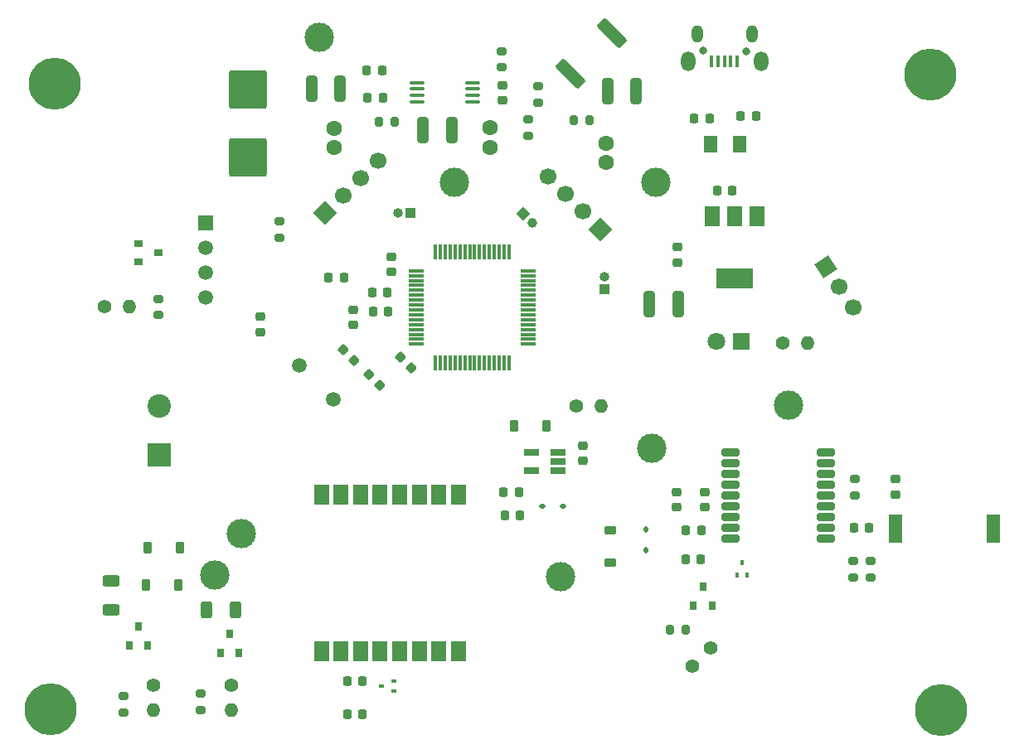
<source format=gts>
%TF.GenerationSoftware,KiCad,Pcbnew,7.0.7*%
%TF.CreationDate,2023-10-20T22:51:04+03:00*%
%TF.ProjectId,picoballoon,7069636f-6261-46c6-9c6f-6f6e2e6b6963,rev?*%
%TF.SameCoordinates,Original*%
%TF.FileFunction,Soldermask,Top*%
%TF.FilePolarity,Negative*%
%FSLAX46Y46*%
G04 Gerber Fmt 4.6, Leading zero omitted, Abs format (unit mm)*
G04 Created by KiCad (PCBNEW 7.0.7) date 2023-10-20 22:51:04*
%MOMM*%
%LPD*%
G01*
G04 APERTURE LIST*
G04 Aperture macros list*
%AMRoundRect*
0 Rectangle with rounded corners*
0 $1 Rounding radius*
0 $2 $3 $4 $5 $6 $7 $8 $9 X,Y pos of 4 corners*
0 Add a 4 corners polygon primitive as box body*
4,1,4,$2,$3,$4,$5,$6,$7,$8,$9,$2,$3,0*
0 Add four circle primitives for the rounded corners*
1,1,$1+$1,$2,$3*
1,1,$1+$1,$4,$5*
1,1,$1+$1,$6,$7*
1,1,$1+$1,$8,$9*
0 Add four rect primitives between the rounded corners*
20,1,$1+$1,$2,$3,$4,$5,0*
20,1,$1+$1,$4,$5,$6,$7,0*
20,1,$1+$1,$6,$7,$8,$9,0*
20,1,$1+$1,$8,$9,$2,$3,0*%
%AMHorizOval*
0 Thick line with rounded ends*
0 $1 width*
0 $2 $3 position (X,Y) of the first rounded end (center of the circle)*
0 $4 $5 position (X,Y) of the second rounded end (center of the circle)*
0 Add line between two ends*
20,1,$1,$2,$3,$4,$5,0*
0 Add two circle primitives to create the rounded ends*
1,1,$1,$2,$3*
1,1,$1,$4,$5*%
%AMRotRect*
0 Rectangle, with rotation*
0 The origin of the aperture is its center*
0 $1 length*
0 $2 width*
0 $3 Rotation angle, in degrees counterclockwise*
0 Add horizontal line*
21,1,$1,$2,0,0,$3*%
G04 Aperture macros list end*
%ADD10RoundRect,0.112500X0.187500X0.112500X-0.187500X0.112500X-0.187500X-0.112500X0.187500X-0.112500X0*%
%ADD11RoundRect,0.225000X0.250000X-0.225000X0.250000X0.225000X-0.250000X0.225000X-0.250000X-0.225000X0*%
%ADD12RoundRect,0.250002X-1.699998X-1.699998X1.699998X-1.699998X1.699998X1.699998X-1.699998X1.699998X0*%
%ADD13RoundRect,0.225000X0.335876X0.017678X0.017678X0.335876X-0.335876X-0.017678X-0.017678X-0.335876X0*%
%ADD14RoundRect,0.200000X0.275000X-0.200000X0.275000X0.200000X-0.275000X0.200000X-0.275000X-0.200000X0*%
%ADD15RoundRect,0.075000X-0.700000X-0.075000X0.700000X-0.075000X0.700000X0.075000X-0.700000X0.075000X0*%
%ADD16RoundRect,0.075000X-0.075000X-0.700000X0.075000X-0.700000X0.075000X0.700000X-0.075000X0.700000X0*%
%ADD17RoundRect,0.250000X-0.312500X-1.075000X0.312500X-1.075000X0.312500X1.075000X-0.312500X1.075000X0*%
%ADD18RoundRect,0.225000X0.225000X0.250000X-0.225000X0.250000X-0.225000X-0.250000X0.225000X-0.250000X0*%
%ADD19C,3.000000*%
%ADD20RoundRect,0.225000X-0.375000X0.225000X-0.375000X-0.225000X0.375000X-0.225000X0.375000X0.225000X0*%
%ADD21RoundRect,0.200000X-0.200000X-0.275000X0.200000X-0.275000X0.200000X0.275000X-0.200000X0.275000X0*%
%ADD22C,1.600000*%
%ADD23C,1.400000*%
%ADD24O,1.400000X1.400000*%
%ADD25R,0.800000X0.900000*%
%ADD26RoundRect,0.250000X0.312500X1.075000X-0.312500X1.075000X-0.312500X-1.075000X0.312500X-1.075000X0*%
%ADD27R,1.000000X1.000000*%
%ADD28O,1.000000X1.000000*%
%ADD29R,1.500000X2.000000*%
%ADD30RoundRect,0.225000X-0.225000X-0.375000X0.225000X-0.375000X0.225000X0.375000X-0.225000X0.375000X0*%
%ADD31RoundRect,0.200000X-0.275000X0.200000X-0.275000X-0.200000X0.275000X-0.200000X0.275000X0.200000X0*%
%ADD32RotRect,1.700000X1.700000X34.000000*%
%ADD33HorizOval,1.700000X0.000000X0.000000X0.000000X0.000000X0*%
%ADD34RoundRect,0.225000X-0.225000X-0.250000X0.225000X-0.250000X0.225000X0.250000X-0.225000X0.250000X0*%
%ADD35RotRect,1.700000X1.700000X225.000000*%
%ADD36HorizOval,1.700000X0.000000X0.000000X0.000000X0.000000X0*%
%ADD37RoundRect,0.112500X-0.112500X0.187500X-0.112500X-0.187500X0.112500X-0.187500X0.112500X0.187500X0*%
%ADD38RoundRect,0.218750X-0.218750X-0.256250X0.218750X-0.256250X0.218750X0.256250X-0.218750X0.256250X0*%
%ADD39O,0.800000X0.800000*%
%ADD40R,0.450000X1.300000*%
%ADD41O,1.450000X2.000000*%
%ADD42O,1.150000X1.800000*%
%ADD43R,0.510000X0.400000*%
%ADD44R,1.800000X1.800000*%
%ADD45C,1.800000*%
%ADD46RotRect,1.700000X1.700000X135.000000*%
%ADD47HorizOval,1.700000X0.000000X0.000000X0.000000X0.000000X0*%
%ADD48RoundRect,0.218750X0.256250X-0.218750X0.256250X0.218750X-0.256250X0.218750X-0.256250X-0.218750X0*%
%ADD49R,2.400000X2.400000*%
%ADD50C,2.400000*%
%ADD51RoundRect,0.200000X-0.700000X-0.200000X0.700000X-0.200000X0.700000X0.200000X-0.700000X0.200000X0*%
%ADD52RoundRect,0.225000X0.225000X0.375000X-0.225000X0.375000X-0.225000X-0.375000X0.225000X-0.375000X0*%
%ADD53C,5.300000*%
%ADD54RoundRect,0.250001X0.462499X0.624999X-0.462499X0.624999X-0.462499X-0.624999X0.462499X-0.624999X0*%
%ADD55HorizOval,1.400000X0.000000X0.000000X0.000000X0.000000X0*%
%ADD56RoundRect,0.100000X-0.637500X-0.100000X0.637500X-0.100000X0.637500X0.100000X-0.637500X0.100000X0*%
%ADD57RoundRect,0.250000X-0.312500X-0.625000X0.312500X-0.625000X0.312500X0.625000X-0.312500X0.625000X0*%
%ADD58R,3.800000X2.000000*%
%ADD59R,0.900000X0.800000*%
%ADD60R,1.400000X3.000000*%
%ADD61R,0.400000X0.510000*%
%ADD62RoundRect,0.250000X-0.751301X1.263953X-1.263953X0.751301X0.751301X-1.263953X1.263953X-0.751301X0*%
%ADD63C,1.500000*%
%ADD64RotRect,1.000000X1.000000X45.000000*%
%ADD65HorizOval,1.000000X0.000000X0.000000X0.000000X0.000000X0*%
%ADD66R,1.560000X0.650000*%
%ADD67RoundRect,0.250000X-0.625000X0.312500X-0.625000X-0.312500X0.625000X-0.312500X0.625000X0.312500X0*%
%ADD68R,1.500000X1.500000*%
G04 APERTURE END LIST*
D10*
%TO.C,D6*%
X154567600Y-94030800D03*
X152467600Y-94030800D03*
%TD*%
D11*
%TO.C,C22*%
X156591000Y-89370200D03*
X156591000Y-87820200D03*
%TD*%
D12*
%TO.C,J1*%
X122428000Y-51435000D03*
%TD*%
D13*
%TO.C,C15*%
X139079608Y-79846808D03*
X137983592Y-78750792D03*
%TD*%
D14*
%TO.C,R16*%
X125653800Y-66585600D03*
X125653800Y-64935600D03*
%TD*%
D15*
%TO.C,U4*%
X139638400Y-69960800D03*
X139638400Y-70460800D03*
X139638400Y-70960800D03*
X139638400Y-71460800D03*
X139638400Y-71960800D03*
X139638400Y-72460800D03*
X139638400Y-72960800D03*
X139638400Y-73460800D03*
X139638400Y-73960800D03*
X139638400Y-74460800D03*
X139638400Y-74960800D03*
X139638400Y-75460800D03*
X139638400Y-75960800D03*
X139638400Y-76460800D03*
X139638400Y-76960800D03*
X139638400Y-77460800D03*
D16*
X141563400Y-79385800D03*
X142063400Y-79385800D03*
X142563400Y-79385800D03*
X143063400Y-79385800D03*
X143563400Y-79385800D03*
X144063400Y-79385800D03*
X144563400Y-79385800D03*
X145063400Y-79385800D03*
X145563400Y-79385800D03*
X146063400Y-79385800D03*
X146563400Y-79385800D03*
X147063400Y-79385800D03*
X147563400Y-79385800D03*
X148063400Y-79385800D03*
X148563400Y-79385800D03*
X149063400Y-79385800D03*
D15*
X150988400Y-77460800D03*
X150988400Y-76960800D03*
X150988400Y-76460800D03*
X150988400Y-75960800D03*
X150988400Y-75460800D03*
X150988400Y-74960800D03*
X150988400Y-74460800D03*
X150988400Y-73960800D03*
X150988400Y-73460800D03*
X150988400Y-72960800D03*
X150988400Y-72460800D03*
X150988400Y-71960800D03*
X150988400Y-71460800D03*
X150988400Y-70960800D03*
X150988400Y-70460800D03*
X150988400Y-69960800D03*
D16*
X149063400Y-68035800D03*
X148563400Y-68035800D03*
X148063400Y-68035800D03*
X147563400Y-68035800D03*
X147063400Y-68035800D03*
X146563400Y-68035800D03*
X146063400Y-68035800D03*
X145563400Y-68035800D03*
X145063400Y-68035800D03*
X144563400Y-68035800D03*
X144063400Y-68035800D03*
X143563400Y-68035800D03*
X143063400Y-68035800D03*
X142563400Y-68035800D03*
X142063400Y-68035800D03*
X141563400Y-68035800D03*
%TD*%
D17*
%TO.C,R1*%
X128890300Y-51384200D03*
X131815300Y-51384200D03*
%TD*%
D18*
%TO.C,C20*%
X132194600Y-70688200D03*
X130644600Y-70688200D03*
%TD*%
D11*
%TO.C,C16*%
X133146800Y-75501800D03*
X133146800Y-73951800D03*
%TD*%
D19*
%TO.C,LORA_V+1*%
X163677600Y-88138000D03*
%TD*%
D11*
%TO.C,C30*%
X123698000Y-76213000D03*
X123698000Y-74663000D03*
%TD*%
D20*
%TO.C,D1*%
X159385000Y-96444800D03*
X159385000Y-99744800D03*
%TD*%
D21*
%TO.C,R4*%
X135776200Y-54711600D03*
X137426200Y-54711600D03*
%TD*%
D22*
%TO.C,C14*%
X159004000Y-56912000D03*
X159004000Y-58912000D03*
%TD*%
D23*
%TO.C,R19*%
X155930600Y-83743800D03*
D24*
X158470600Y-83743800D03*
%TD*%
D25*
%TO.C,Q5*%
X167910600Y-104202200D03*
X169810600Y-104202200D03*
X168860600Y-102202200D03*
%TD*%
D26*
%TO.C,R10*%
X166308500Y-73406000D03*
X163383500Y-73406000D03*
%TD*%
D18*
%TO.C,C24*%
X185839400Y-96266000D03*
X184289400Y-96266000D03*
%TD*%
D27*
%TO.C,SWD1*%
X158851600Y-71820800D03*
D28*
X158851600Y-70550800D03*
%TD*%
D29*
%TO.C,U7*%
X129906000Y-108838000D03*
X131906000Y-108838000D03*
X133906000Y-108838000D03*
X135906000Y-108838000D03*
X137906000Y-108838000D03*
X139906000Y-108838000D03*
X141906000Y-108838000D03*
X143906000Y-108838000D03*
X143906000Y-92838000D03*
X141906000Y-92838000D03*
X139906000Y-92838000D03*
X137906000Y-92838000D03*
X135906000Y-92838000D03*
X133906000Y-92838000D03*
X131906000Y-92838000D03*
X129906000Y-92838000D03*
%TD*%
D30*
%TO.C,D7*%
X149556200Y-85775800D03*
X152856200Y-85775800D03*
%TD*%
D18*
%TO.C,C28*%
X168695800Y-96471200D03*
X167145800Y-96471200D03*
%TD*%
D31*
%TO.C,C25*%
X184226200Y-99657400D03*
X184226200Y-101307400D03*
%TD*%
D32*
%TO.C,MISC3*%
X181383450Y-69522245D03*
D33*
X182803800Y-71628000D03*
X184224150Y-73733756D03*
%TD*%
D25*
%TO.C,Q1*%
X110302000Y-108289600D03*
X112202000Y-108289600D03*
X111252000Y-106289600D03*
%TD*%
D23*
%TO.C,R2*%
X112750600Y-112343400D03*
D24*
X112750600Y-114883400D03*
%TD*%
D34*
%TO.C,C10*%
X170325200Y-61747400D03*
X171875200Y-61747400D03*
%TD*%
D18*
%TO.C,C21*%
X150203200Y-94919800D03*
X148653200Y-94919800D03*
%TD*%
D35*
%TO.C,MISC2*%
X158419800Y-65709800D03*
D36*
X156623749Y-63913749D03*
X154827698Y-62117698D03*
X153031646Y-60321646D03*
%TD*%
D37*
%TO.C,D2*%
X163042600Y-96435200D03*
X163042600Y-98535200D03*
%TD*%
D13*
%TO.C,C2*%
X135904608Y-81701008D03*
X134808592Y-80604992D03*
%TD*%
D12*
%TO.C,J2*%
X122428000Y-58420000D03*
%TD*%
D38*
%TO.C,L1*%
X134619900Y-52324000D03*
X136194900Y-52324000D03*
%TD*%
D39*
%TO.C,J3*%
X173309200Y-47516400D03*
X168915000Y-47440200D03*
D40*
X172374000Y-48603600D03*
X171724000Y-48603600D03*
X171074000Y-48603600D03*
X170424000Y-48603600D03*
X169774000Y-48603600D03*
D41*
X174799000Y-48553600D03*
D42*
X173908000Y-45753600D03*
X168258000Y-45753600D03*
D41*
X167349000Y-48553600D03*
%TD*%
D43*
%TO.C,Q4*%
X137297000Y-112869600D03*
X137297000Y-111869600D03*
X136007000Y-112369600D03*
%TD*%
D44*
%TO.C,D5*%
X172807000Y-77190600D03*
D45*
X170267000Y-77190600D03*
%TD*%
D34*
%TO.C,C7*%
X172725800Y-54127400D03*
X174275800Y-54127400D03*
%TD*%
D14*
%TO.C,R12*%
X148336000Y-49161200D03*
X148336000Y-47511200D03*
%TD*%
D23*
%TO.C,R3*%
X120675400Y-112343400D03*
D24*
X120675400Y-114883400D03*
%TD*%
D18*
%TO.C,C19*%
X136639600Y-72186800D03*
X135089600Y-72186800D03*
%TD*%
D46*
%TO.C,MISC1*%
X130307394Y-64078806D03*
D47*
X132103445Y-62282755D03*
X133899496Y-60486704D03*
X135695548Y-58690652D03*
%TD*%
D34*
%TO.C,C27*%
X132575000Y-115316000D03*
X134125000Y-115316000D03*
%TD*%
D48*
%TO.C,L4*%
X188518800Y-92837100D03*
X188518800Y-91262100D03*
%TD*%
D11*
%TO.C,C18*%
X137058400Y-70091600D03*
X137058400Y-68541600D03*
%TD*%
D19*
%TO.C,OK1*%
X143510000Y-60960000D03*
%TD*%
%TO.C,CAP1*%
X121691400Y-96824800D03*
%TD*%
D11*
%TO.C,C8*%
X169037000Y-94120000D03*
X169037000Y-92570000D03*
%TD*%
D31*
%TO.C,R6*%
X117602000Y-113195600D03*
X117602000Y-114845600D03*
%TD*%
D19*
%TO.C,GND1*%
X177571400Y-83693000D03*
%TD*%
D14*
%TO.C,R13*%
X152019000Y-52793400D03*
X152019000Y-51143400D03*
%TD*%
D26*
%TO.C,R8*%
X143194500Y-55626000D03*
X140269500Y-55626000D03*
%TD*%
D49*
%TO.C,C9*%
X113360200Y-88773000D03*
D50*
X113360200Y-83773000D03*
%TD*%
D11*
%TO.C,C11*%
X166274200Y-69101000D03*
X166274200Y-67551000D03*
%TD*%
D14*
%TO.C,R24*%
X113284000Y-74485000D03*
X113284000Y-72835000D03*
%TD*%
D51*
%TO.C,U8*%
X171706800Y-88566000D03*
X171706800Y-89666000D03*
X171706800Y-90766000D03*
X171706800Y-91866000D03*
X171706800Y-92966000D03*
X171706800Y-94066000D03*
X171706800Y-95166000D03*
X171706800Y-96266000D03*
X171706800Y-97366000D03*
X181406800Y-97366000D03*
X181406800Y-96266000D03*
X181406800Y-95166000D03*
X181406800Y-94066000D03*
X181406800Y-92966000D03*
X181406800Y-91866000D03*
X181406800Y-90766000D03*
X181406800Y-89666000D03*
X181406800Y-88566000D03*
%TD*%
D52*
%TO.C,D3*%
X115315000Y-102108000D03*
X112015000Y-102108000D03*
%TD*%
D53*
%TO.C,H2*%
X192049400Y-49885600D03*
%TD*%
D11*
%TO.C,C5*%
X166166800Y-94145400D03*
X166166800Y-92595400D03*
%TD*%
D23*
%TO.C,R23*%
X107746000Y-73660000D03*
D24*
X110286000Y-73660000D03*
%TD*%
D21*
%TO.C,R22*%
X165470200Y-106605800D03*
X167120200Y-106605800D03*
%TD*%
D53*
%TO.C,H3*%
X102717600Y-50825400D03*
%TD*%
D54*
%TO.C,L2*%
X172638500Y-57023000D03*
X169663500Y-57023000D03*
%TD*%
D23*
%TO.C,R21*%
X167818730Y-110336671D03*
D55*
X169614781Y-108540620D03*
%TD*%
D56*
%TO.C,U1*%
X139656900Y-50739400D03*
X139656900Y-51389400D03*
X139656900Y-52039400D03*
X139656900Y-52689400D03*
X145381900Y-52689400D03*
X145381900Y-52039400D03*
X145381900Y-51389400D03*
X145381900Y-50739400D03*
%TD*%
D57*
%TO.C,R9*%
X118171500Y-104648000D03*
X121096500Y-104648000D03*
%TD*%
D31*
%TO.C,C23*%
X185953400Y-99632000D03*
X185953400Y-101282000D03*
%TD*%
D23*
%TO.C,R11*%
X176992200Y-77343000D03*
D24*
X179532200Y-77343000D03*
%TD*%
D19*
%TO.C,SOL+1*%
X129667000Y-46075600D03*
%TD*%
D18*
%TO.C,C26*%
X134099600Y-111861600D03*
X132549600Y-111861600D03*
%TD*%
D27*
%TO.C,UART2*%
X139003800Y-64033400D03*
D28*
X137733800Y-64033400D03*
%TD*%
D31*
%TO.C,R5*%
X109677200Y-113424200D03*
X109677200Y-115074200D03*
%TD*%
D13*
%TO.C,C1*%
X133237608Y-79161008D03*
X132141592Y-78064992D03*
%TD*%
D53*
%TO.C,H1*%
X102235000Y-114731800D03*
%TD*%
%TO.C,H4*%
X193167000Y-114858800D03*
%TD*%
D29*
%TO.C,U2*%
X174390800Y-64414000D03*
X172090800Y-64414000D03*
D58*
X172090800Y-70714000D03*
D29*
X169790800Y-64414000D03*
%TD*%
D21*
%TO.C,R17*%
X155664400Y-54533800D03*
X157314400Y-54533800D03*
%TD*%
D30*
%TO.C,D4*%
X112192800Y-98298000D03*
X115492800Y-98298000D03*
%TD*%
D19*
%TO.C,CAP_CHRG1*%
X119049800Y-101092000D03*
%TD*%
D25*
%TO.C,Q2*%
X119573000Y-109026200D03*
X121473000Y-109026200D03*
X120523000Y-107026200D03*
%TD*%
D59*
%TO.C,Q6*%
X111252000Y-67188000D03*
X111252000Y-69088000D03*
X113252000Y-68138000D03*
%TD*%
D31*
%TO.C,R20*%
X184404000Y-91275400D03*
X184404000Y-92925400D03*
%TD*%
D60*
%TO.C,U6*%
X188522600Y-96316800D03*
X198522600Y-96316800D03*
%TD*%
D61*
%TO.C,Q3*%
X172381800Y-101043200D03*
X173381800Y-101043200D03*
X172881800Y-99753200D03*
%TD*%
D18*
%TO.C,C17*%
X136715800Y-74168000D03*
X135165800Y-74168000D03*
%TD*%
D34*
%TO.C,C6*%
X167988400Y-54381400D03*
X169538400Y-54381400D03*
%TD*%
D62*
%TO.C,R14*%
X159574804Y-45657196D03*
X155385196Y-49846804D03*
%TD*%
D38*
%TO.C,L3*%
X148488300Y-92583000D03*
X150063300Y-92583000D03*
%TD*%
D31*
%TO.C,R15*%
X151053800Y-54521600D03*
X151053800Y-56171600D03*
%TD*%
D63*
%TO.C,Y1*%
X127680589Y-79649189D03*
X131131270Y-83099870D03*
%TD*%
D19*
%TO.C,BCKP_GPS1*%
X154355800Y-101219000D03*
%TD*%
D18*
%TO.C,C4*%
X136106200Y-49530000D03*
X134556200Y-49530000D03*
%TD*%
D64*
%TO.C,UART1*%
X150543381Y-64132581D03*
D65*
X151441407Y-65030607D03*
%TD*%
D11*
%TO.C,C12*%
X148361400Y-52540200D03*
X148361400Y-50990200D03*
%TD*%
D19*
%TO.C,3.3V+1*%
X164033200Y-60909200D03*
%TD*%
D66*
%TO.C,U5*%
X154105600Y-90383400D03*
X154105600Y-89433400D03*
X154105600Y-88483400D03*
X151405600Y-88483400D03*
X151405600Y-90383400D03*
%TD*%
D17*
%TO.C,R18*%
X159116300Y-51612800D03*
X162041300Y-51612800D03*
%TD*%
D18*
%TO.C,C29*%
X168670400Y-99417600D03*
X167120400Y-99417600D03*
%TD*%
D22*
%TO.C,C13*%
X147167600Y-55346600D03*
X147167600Y-57346600D03*
%TD*%
D67*
%TO.C,R7*%
X108458000Y-101661500D03*
X108458000Y-104586500D03*
%TD*%
D22*
%TO.C,C3*%
X131191000Y-55388000D03*
X131191000Y-57388000D03*
%TD*%
D68*
%TO.C,U3*%
X118063300Y-65045300D03*
D63*
X118063300Y-67585300D03*
X118063300Y-70125300D03*
X118063300Y-72665300D03*
%TD*%
M02*

</source>
